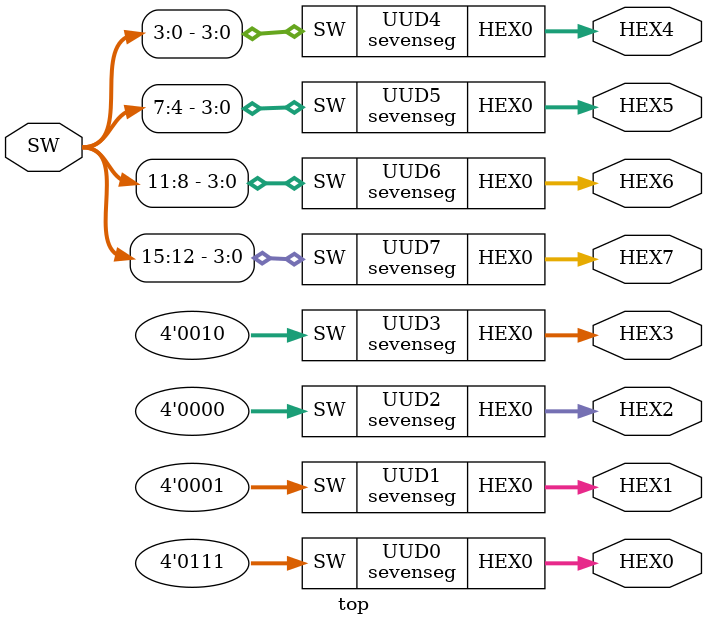
<source format=v>
/* Generated by Yosys 0.7 (git sha1 61f6811, gcc 5.4.0-6ubuntu1~16.04.4 -O2 -fstack-protector-strong -fPIC -Os) */

(* src = "sevenseg.v:1" *)
module sevenseg(HEX0, SW);
  wire _00_;
  wire _01_;
  wire _02_;
  wire _03_;
  wire _04_;
  wire _05_;
  wire _06_;
  wire _07_;
  wire _08_;
  wire _09_;
  wire _10_;
  wire _11_;
  wire _12_;
  wire _13_;
  wire _14_;
  wire _15_;
  wire _16_;
  wire _17_;
  wire _18_;
  wire _19_;
  wire _20_;
  wire _21_;
  wire _22_;
  wire _23_;
  wire _24_;
  wire _25_;
  wire _26_;
  wire _27_;
  wire _28_;
  wire _29_;
  wire _30_;
  (* src = "sevenseg.v:1" *)
  output [6:0] HEX0;
  (* src = "sevenseg.v:2" *)
  input [3:0] SW;
  assign _00_ = SW[1] | SW[0];
  assign _01_ = ~SW[2];
  assign _02_ = SW[3] | _01_;
  assign _03_ = ~SW[0];
  assign _04_ = SW[1] | _03_;
  assign _05_ = ~(SW[3] & SW[2]);
  assign _06_ = _05_ | _04_;
  assign _07_ = ~((_02_ | _00_) & _06_);
  assign _08_ = SW[3] | SW[2];
  assign _09_ = ~(_08_ | _04_);
  assign _10_ = SW[1] & SW[0];
  assign _11_ = SW[3] & _01_;
  assign _12_ = _11_ & _10_;
  assign _13_ = _12_ | _09_;
  assign HEX0[0] = _13_ | _07_;
  assign _14_ = ~_05_;
  assign _15_ = ~(_14_ & _04_);
  assign _16_ = ~SW[3];
  assign _17_ = _16_ & SW[2];
  assign _18_ = ~(SW[1] & SW[0]);
  assign _19_ = _18_ & _00_;
  assign _20_ = ~((_19_ & _17_) | _12_);
  assign HEX0[1] = ~(_20_ & _15_);
  assign _21_ = ~(SW[1] & _03_);
  assign HEX0[2] = ~((_21_ | _08_) & _15_);
  assign _22_ = _10_ & _17_;
  assign _23_ = ~(_22_ | _09_);
  assign _24_ = ~((_18_ | _05_) & (_02_ | _00_));
  assign _25_ = ~((_19_ & _11_) | _24_);
  assign HEX0[3] = ~(_25_ & _23_);
  assign _26_ = ~((SW[3] | _03_) & SW[1]);
  assign _27_ = _01_ ? SW[0] : _16_;
  assign HEX0[4] = _27_ & _26_;
  assign _28_ = ~_00_;
  assign _29_ = ~((_08_ | _28_) & _06_);
  assign HEX0[5] = _29_ | _22_;
  assign _30_ = _11_ | _00_;
  assign HEX0[6] = ~((_30_ | _17_) & _23_);
endmodule

(* top =  1  *)
(* src = "top.v:2" *)
module top(HEX0, HEX1, HEX2, HEX3, HEX4, HEX5, HEX6, HEX7, SW);
  (* src = "top.v:2" *)
  output [6:0] HEX0;
  (* src = "top.v:2" *)
  output [6:0] HEX1;
  (* src = "top.v:2" *)
  output [6:0] HEX2;
  (* src = "top.v:2" *)
  output [6:0] HEX3;
  (* src = "top.v:2" *)
  output [6:0] HEX4;
  (* src = "top.v:2" *)
  output [6:0] HEX5;
  (* src = "top.v:2" *)
  output [6:0] HEX6;
  (* src = "top.v:2" *)
  output [6:0] HEX7;
  (* src = "top.v:3" *)
  input [15:0] SW;
  (* src = "top.v:6" *)
  sevenseg UUD0 (
    .HEX0(HEX0),
    .SW(4'b0111)
  );
  (* src = "top.v:7" *)
  sevenseg UUD1 (
    .HEX0(HEX1),
    .SW(4'b0001)
  );
  (* src = "top.v:8" *)
  sevenseg UUD2 (
    .HEX0(HEX2),
    .SW(4'b0000)
  );
  (* src = "top.v:9" *)
  sevenseg UUD3 (
    .HEX0(HEX3),
    .SW(4'b0010)
  );
  (* src = "top.v:10" *)
  sevenseg UUD4 (
    .HEX0(HEX4),
    .SW(SW[3:0])
  );
  (* src = "top.v:11" *)
  sevenseg UUD5 (
    .HEX0(HEX5),
    .SW(SW[7:4])
  );
  (* src = "top.v:12" *)
  sevenseg UUD6 (
    .HEX0(HEX6),
    .SW(SW[11:8])
  );
  (* src = "top.v:13" *)
  sevenseg UUD7 (
    .HEX0(HEX7),
    .SW(SW[15:12])
  );
endmodule

</source>
